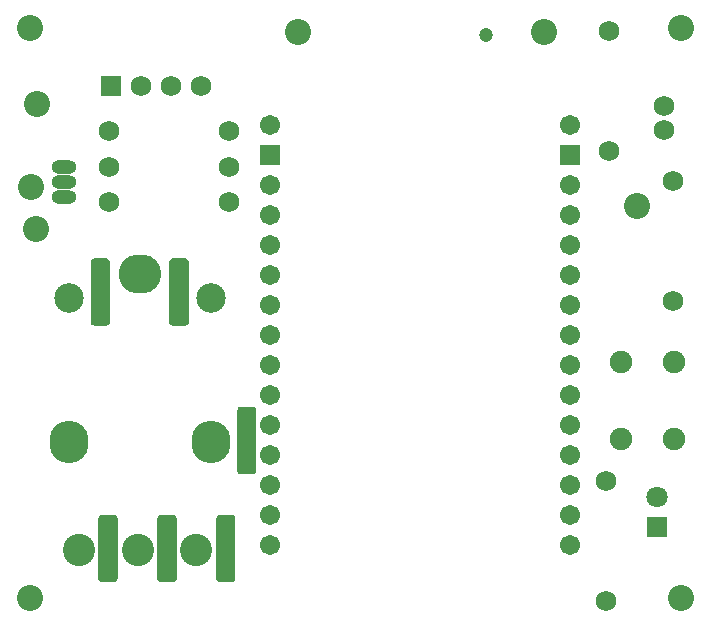
<source format=gts>
%FSTAX23Y23*%
%MOIN*%
%SFA1B1*%

%IPPOS*%
%ADD15C,0.086740*%
%ADD16O,0.083000X0.046000*%
%ADD17C,0.074930*%
%ADD18C,0.068000*%
%ADD19C,0.067060*%
%ADD20R,0.067060X0.067060*%
%ADD21R,0.070990X0.070990*%
%ADD22C,0.070990*%
%ADD23O,0.129920X0.141730*%
%ADD24C,0.098550*%
%ADD25O,0.141730X0.129920*%
%ADD26R,0.068000X0.068000*%
%ADD27C,0.107610*%
%ADD28C,0.047370*%
%LNboard-1*%
%LPD*%
G36*
X00332Y00326D02*
X00332Y00326D01*
X00336Y00325*
X00336Y00325*
X00337Y00324*
X00337Y00324*
X00339Y00322*
X0034Y00321*
X0034Y00321*
X0034Y00321*
X00341Y00317*
X00341Y00317*
X00342Y00316*
Y00315*
Y00115*
Y00113*
X00341Y00112*
X00341Y00112*
X0034Y00108*
X0034Y00108*
X00339Y00107*
X00339Y00107*
X00337Y00105*
X00336Y00104*
X00336Y00104*
X00336Y00104*
X00332Y00103*
X00332Y00103*
X00331Y00102*
X00288*
X00287Y00103*
X00287Y00103*
X00283Y00104*
X00283Y00104*
X00282Y00105*
X0028Y00107*
X00279Y00108*
X00279Y00108*
X00279Y00108*
X00278Y00112*
X00278Y00112*
X00277Y00113*
Y00115*
Y00315*
Y00316*
X00278Y00317*
X00278Y00317*
X00279Y00321*
X00279Y00321*
X0028Y00322*
X00282Y00324*
X00283Y00325*
X00283Y00325*
X00283Y00325*
X00287Y00326*
X00287Y00326*
X00288Y00327*
X00331*
X00332Y00326*
G37*
G36*
X0053D02*
X0053Y00326D01*
X00534Y00325*
X00534Y00325*
X00534Y00324*
X00534Y00324*
X00537Y00322*
X00537Y00321*
X00537Y00321*
X00538Y00321*
X00539Y00317*
X00539Y00317*
X00539Y00316*
Y00315*
Y00115*
Y00113*
X00539Y00112*
X00539Y00112*
X00538Y00108*
X00537Y00108*
X00537Y00107*
X00537Y00107*
X00534Y00105*
X00534Y00104*
X00534Y00104*
X00534Y00104*
X0053Y00103*
X0053Y00103*
X00529Y00102*
X00485*
X00485Y00103*
X00485Y00103*
X00481Y00104*
X00481Y00104*
X0048Y00105*
X00477Y00107*
X00477Y00108*
X00477Y00108*
X00477Y00108*
X00475Y00112*
X00475Y00112*
X00475Y00113*
Y00115*
Y00315*
Y00316*
X00475Y00317*
X00475Y00317*
X00477Y00321*
X00477Y00321*
X00477Y00322*
X0048Y00324*
X0048Y00325*
X00481Y00325*
X00481Y00325*
X00485Y00326*
X00485Y00326*
X00485Y00327*
X00529*
X0053Y00326*
G37*
G36*
X00726D02*
X00726Y00326D01*
X0073Y00325*
X0073Y00325*
X0073Y00324*
X0073Y00324*
X00733Y00322*
X00733Y00321*
X00733Y00321*
X00734Y00321*
X00735Y00317*
X00735Y00317*
X00735Y00316*
Y00315*
Y00115*
Y00113*
X00735Y00112*
X00735Y00112*
X00734Y00108*
X00733Y00108*
X00733Y00107*
X00733Y00107*
X0073Y00105*
X0073Y00104*
X0073Y00104*
X0073Y00104*
X00726Y00103*
X00726Y00103*
X00725Y00102*
X00681*
X00681Y00103*
X0068Y00103*
X00677Y00104*
X00676Y00104*
X00676Y00105*
X00673Y00107*
X00673Y00108*
X00673Y00108*
X00673Y00108*
X00671Y00112*
X00671Y00112*
X00671Y00113*
Y00115*
Y00315*
Y00316*
X00671Y00317*
X00671Y00317*
X00673Y00321*
X00673Y00321*
X00673Y00322*
X00676Y00324*
X00676Y00325*
X00676Y00325*
X00677Y00325*
X0068Y00326*
X00681Y00326*
X00681Y00327*
X00725*
X00726Y00326*
G37*
G36*
X0057Y01181D02*
X0057Y01181D01*
X00574Y0118*
X00574Y0118*
X00574Y01179*
X00574Y01179*
X00577Y01177*
X00577Y01176*
X00577Y01176*
X00578Y01176*
X00579Y01172*
X00579Y01172*
X00579Y01171*
Y0117*
Y0097*
Y00968*
X00579Y00967*
X00579Y00967*
X00578Y00963*
X00577Y00963*
X00577Y00962*
X00577Y00962*
X00574Y0096*
X00574Y00959*
X00574Y00959*
X00574Y00959*
X0057Y00958*
X0057Y00958*
X00569Y00957*
X00525*
X00525Y00958*
X00525Y00958*
X00521Y00959*
X00521Y00959*
X0052Y0096*
X00517Y00962*
X00517Y00963*
X00517Y00963*
X00517Y00963*
X00515Y00967*
X00515Y00967*
X00515Y00968*
Y0097*
Y0117*
Y01171*
X00515Y01172*
X00515Y01172*
X00517Y01176*
X00517Y01176*
X00517Y01177*
X0052Y01179*
X0052Y0118*
X00521Y0118*
X00521Y0118*
X00525Y01181*
X00525Y01181*
X00525Y01182*
X00569*
X0057Y01181*
G37*
G36*
X00306D02*
X00307Y01181D01*
X00311Y0118*
X00311Y0118*
X00311Y0118*
X00311Y01179*
X00314Y01177*
X00314Y01177*
X00314Y01176*
X00314Y01176*
X00316Y01172*
X00316Y01172*
X00316Y01171*
Y0117*
Y0097*
Y00968*
X00316Y00967*
X00316Y00967*
X00314Y00963*
X00314Y00963*
X00314Y00963*
X00314Y00962*
X00311Y0096*
X00311Y00959*
X00311Y00959*
X00307Y00958*
X00306Y00958*
X00306Y00957*
X00262*
X00262Y00958*
X00261Y00958*
X00258Y00959*
X00257Y00959*
X00257Y00959*
X00257Y0096*
X00254Y00962*
X00254Y00963*
X00254Y00963*
X00252Y00967*
X00252Y00967*
X00252Y00968*
Y0097*
Y0117*
Y01171*
X00252Y01172*
X00252Y01172*
X00254Y01176*
X00254Y01176*
X00254Y01176*
X00254Y01177*
X00257Y01179*
X00257Y01179*
X00257Y0118*
X00258Y0118*
X00261Y01181*
X00262Y01181*
X00262Y01182*
X00306*
X00306Y01181*
G37*
G36*
X00795Y00686D02*
X00795Y00686D01*
X00799Y00685*
X00799Y00685*
X00799Y00684*
X00799Y00684*
X00802Y00682*
X00802Y00681*
X00802Y00681*
X00803Y00681*
X00804Y00677*
X00804Y00677*
X00804Y00676*
Y00675*
Y00475*
Y00473*
X00804Y00472*
X00804Y00472*
X00803Y00468*
X00802Y00468*
X00802Y00467*
X00802Y00467*
X00799Y00465*
X00799Y00464*
X00799Y00464*
X00799Y00464*
X00795Y00463*
X00795Y00463*
X00794Y00462*
X0075*
X0075Y00463*
X0075Y00463*
X00746Y00464*
X00746Y00464*
X00745Y00465*
X00742Y00467*
X00742Y00468*
X00742Y00468*
X00742Y00468*
X0074Y00472*
X0074Y00472*
X0074Y00473*
Y00475*
Y00675*
Y00676*
X0074Y00677*
X0074Y00677*
X00742Y00681*
X00742Y00681*
X00742Y00682*
X00745Y00684*
X00745Y00685*
X00746Y00685*
X00746Y00685*
X0075Y00686*
X0075Y00686*
X0075Y00687*
X00794*
X00795Y00686*
G37*
G54D15*
X00055Y0142D03*
X0007Y0128D03*
X02075Y01355D03*
X01765Y01935D03*
X00075Y01695D03*
X00945Y01935D03*
X0005Y0195D03*
X0222D03*
Y0005D03*
X0005D03*
G54D16*
X00165Y01485D03*
Y01435D03*
Y01385D03*
G54D17*
X0202Y00835D03*
Y00579D03*
X02197D03*
Y00835D03*
G54D18*
X02195Y0104D03*
Y0144D03*
X00715Y01485D03*
X00315D03*
X00715Y01605D03*
X00315D03*
X0198Y0154D03*
Y0194D03*
X0197Y0044D03*
Y0004D03*
X02165Y0161D03*
Y01688D03*
X00715Y0137D03*
X00315D03*
X0062Y01755D03*
X0052D03*
X0042D03*
G54D19*
X0085Y00225D03*
Y00325D03*
Y00425D03*
Y00525D03*
Y00625D03*
Y00725D03*
Y00825D03*
Y00925D03*
Y01025D03*
Y01125D03*
Y01225D03*
Y01325D03*
Y01425D03*
X0185Y00325D03*
Y00425D03*
Y00525D03*
Y00625D03*
Y00725D03*
Y00825D03*
Y00925D03*
Y01025D03*
Y01125D03*
Y01225D03*
Y01325D03*
Y01425D03*
X0085Y01625D03*
X0185D03*
Y00225D03*
G54D20*
X0085Y01525D03*
X0185D03*
G54D21*
X0214Y00285D03*
G54D22*
X0214Y00385D03*
G54D23*
X00652Y00569D03*
X0018D03*
G54D24*
X0018Y0105D03*
X00652D03*
G54D25*
X00416Y01128D03*
G54D26*
X0032Y01755D03*
G54D27*
X0041Y0021D03*
X00212D03*
X00605D03*
G54D28*
X0157Y01925D03*
M02*
</source>
